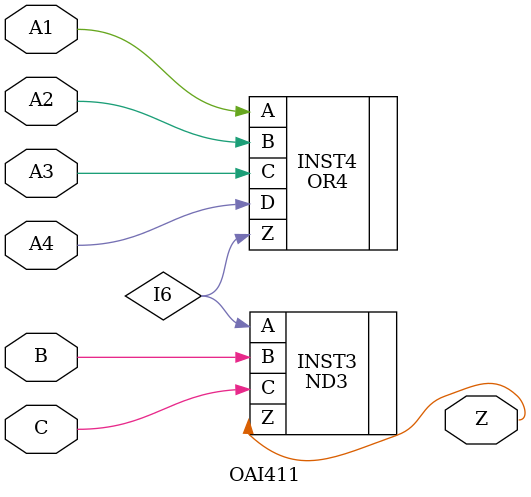
<source format=v>
`timescale 1 ns / 100 ps

/* Created by DB2VERILOG Version 1.2.0.2 on Fri Aug  5 11:15:40 1994 */
/* module compiled from "lsl2db 4.0.3" run */

module OAI411 (A1, A2, A3, A4, B, C, Z);
input  A1, A2, A3, A4, B, C;
output Z;
ND3 INST3 (.A(I6), .B(B), .C(C), .Z(Z));
OR4 INST4 (.A(A1), .B(A2), .C(A3), .D(A4), .Z(I6));

endmodule


</source>
